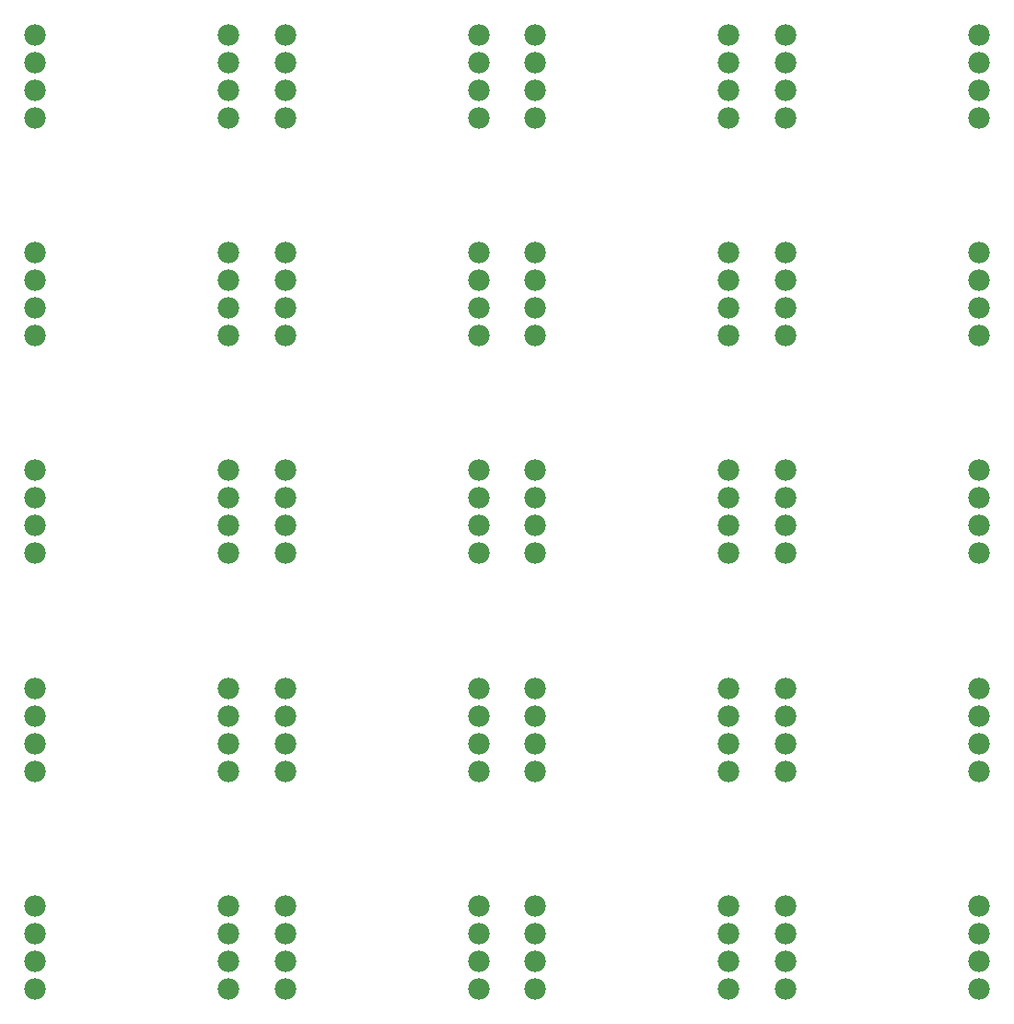
<source format=gbs>
%MOIN*%
%OFA0B0*%
%FSLAX34Y34*%
%IPPOS*%
%LPD*%
%AMOC8*
5,1,8,0,0,$1,22.5*%
%AMOC80*
5,1,8,0,0,$1,22.5*%
%AMOC81*
5,1,8,0,0,$1,22.5*%
%AMOC80*
5,1,8,0,0,$1,22.5*%
%AMOC81*
5,1,8,0,0,$1,22.5*%
%AMOC80*
5,1,8,0,0,$1,22.5*%
%AMOC81*
5,1,8,0,0,$1,22.5*%
%AMOC80*
5,1,8,0,0,$1,22.5*%
%AMOC81*
5,1,8,0,0,$1,22.5*%
%AMOC80*
5,1,8,0,0,$1,22.5*%
%AMOC81*
5,1,8,0,0,$1,22.5*%
%AMOC80*
5,1,8,0,0,$1,22.5*%
%AMOC81*
5,1,8,0,0,$1,22.5*%
%AMOC80*
5,1,8,0,0,$1,22.5*%
%AMOC81*
5,1,8,0,0,$1,22.5*%
%AMOC80*
5,1,8,0,0,$1,22.5*%
%AMOC81*
5,1,8,0,0,$1,22.5*%
%AMOC80*
5,1,8,0,0,$1,22.5*%
%AMOC81*
5,1,8,0,0,$1,22.5*%
%AMOC80*
5,1,8,0,0,$1,22.5*%
%ADD10C,0.078000000000000014*%
%ADD21C,0.078000000000000014*%
%ADD22C,0.078000000000000014*%
%ADD23C,0.078000000000000014*%
%ADD24C,0.078000000000000014*%
%ADD25C,0.078000000000000014*%
%ADD26C,0.078000000000000014*%
%ADD27C,0.078000000000000014*%
%ADD28C,0.078000000000000014*%
%ADD29C,0.078000000000000014*%
%ADD30C,0.078000000000000014*%
%ADD31C,0.078000000000000014*%
%ADD32C,0.078000000000000014*%
%ADD33C,0.078000000000000014*%
%ADD34C,0.078000000000000014*%
%ADD35C,0.078000000000000014*%
%ADD36C,0.078000000000000014*%
%ADD37C,0.078000000000000014*%
%ADD38C,0.078000000000000014*%
%ADD39C,0.078000000000000014*%
G75*
G01G01*
D10*
X-0000787Y0000393D02*
X0000212Y0004393D03*
X0000212Y0005393D03*
X0000212Y0003393D03*
X0000212Y0002393D03*
X0007212Y0005393D03*
X0007212Y0004393D03*
X0007212Y0003393D03*
X0007212Y0002393D03*
G04 next file*
G04 EAGLE Gerber X2 export*
G75*
G01G01*
D21*
X0008267Y0000393D02*
X0009267Y0004393D03*
X0009267Y0005393D03*
X0009267Y0003393D03*
X0009267Y0002393D03*
X0016267Y0005393D03*
X0016267Y0004393D03*
X0016267Y0003393D03*
X0016267Y0002393D03*
G04 next file*
G04 EAGLE Gerber X2 export*
G75*
G01G01*
D22*
X0017322Y0000393D02*
X0018322Y0004393D03*
X0018322Y0005393D03*
X0018322Y0003393D03*
X0018322Y0002393D03*
X0025322Y0005393D03*
X0025322Y0004393D03*
X0025322Y0003393D03*
X0025322Y0002393D03*
G04 next file*
G04 EAGLE Gerber X2 export*
G75*
G01G01*
D23*
X0026377Y0000393D02*
X0027377Y0004393D03*
X0027377Y0005393D03*
X0027377Y0003393D03*
X0027377Y0002393D03*
X0034377Y0005393D03*
X0034377Y0004393D03*
X0034377Y0003393D03*
X0034377Y0002393D03*
G04 next file*
G04 EAGLE Gerber X2 export*
G75*
G01G01*
D24*
X-0000787Y0008267D02*
X0000212Y0012267D03*
X0000212Y0013267D03*
X0000212Y0011267D03*
X0000212Y0010267D03*
X0007212Y0013267D03*
X0007212Y0012267D03*
X0007212Y0011267D03*
X0007212Y0010267D03*
G04 next file*
G04 EAGLE Gerber X2 export*
G75*
G01G01*
D25*
X0008267Y0008267D02*
X0009267Y0012267D03*
X0009267Y0013267D03*
X0009267Y0011267D03*
X0009267Y0010267D03*
X0016267Y0013267D03*
X0016267Y0012267D03*
X0016267Y0011267D03*
X0016267Y0010267D03*
G04 next file*
G04 EAGLE Gerber X2 export*
G75*
G01G01*
D26*
X0017322Y0008267D02*
X0018322Y0012267D03*
X0018322Y0013267D03*
X0018322Y0011267D03*
X0018322Y0010267D03*
X0025322Y0013267D03*
X0025322Y0012267D03*
X0025322Y0011267D03*
X0025322Y0010267D03*
G04 next file*
G04 EAGLE Gerber X2 export*
G75*
G01G01*
D27*
X0026377Y0008267D02*
X0027377Y0012267D03*
X0027377Y0013267D03*
X0027377Y0011267D03*
X0027377Y0010267D03*
X0034377Y0013267D03*
X0034377Y0012267D03*
X0034377Y0011267D03*
X0034377Y0010267D03*
G04 next file*
G04 EAGLE Gerber X2 export*
G75*
G01G01*
D28*
X-0000787Y0016141D02*
X0000212Y0020141D03*
X0000212Y0021141D03*
X0000212Y0019141D03*
X0000212Y0018141D03*
X0007212Y0021141D03*
X0007212Y0020141D03*
X0007212Y0019141D03*
X0007212Y0018141D03*
G04 next file*
G04 EAGLE Gerber X2 export*
G75*
G01G01*
D29*
X0008267Y0016141D02*
X0009267Y0020141D03*
X0009267Y0021141D03*
X0009267Y0019141D03*
X0009267Y0018141D03*
X0016267Y0021141D03*
X0016267Y0020141D03*
X0016267Y0019141D03*
X0016267Y0018141D03*
G04 next file*
G04 EAGLE Gerber X2 export*
G75*
G01G01*
D30*
X0017322Y0016141D02*
X0018322Y0020141D03*
X0018322Y0021141D03*
X0018322Y0019141D03*
X0018322Y0018141D03*
X0025322Y0021141D03*
X0025322Y0020141D03*
X0025322Y0019141D03*
X0025322Y0018141D03*
G04 next file*
G04 EAGLE Gerber X2 export*
G75*
G01G01*
D31*
X0026377Y0016141D02*
X0027377Y0020141D03*
X0027377Y0021141D03*
X0027377Y0019141D03*
X0027377Y0018141D03*
X0034377Y0021141D03*
X0034377Y0020141D03*
X0034377Y0019141D03*
X0034377Y0018141D03*
G04 next file*
G04 EAGLE Gerber X2 export*
G75*
G01G01*
D32*
X-0000787Y0024015D02*
X0000212Y0028015D03*
X0000212Y0029015D03*
X0000212Y0027015D03*
X0000212Y0026015D03*
X0007212Y0029015D03*
X0007212Y0028015D03*
X0007212Y0027015D03*
X0007212Y0026015D03*
G04 next file*
G04 EAGLE Gerber X2 export*
G75*
G01G01*
D33*
X0008267Y0024015D02*
X0009267Y0028015D03*
X0009267Y0029015D03*
X0009267Y0027015D03*
X0009267Y0026015D03*
X0016267Y0029015D03*
X0016267Y0028015D03*
X0016267Y0027015D03*
X0016267Y0026015D03*
G04 next file*
G04 EAGLE Gerber X2 export*
G75*
G01G01*
D34*
X0017322Y0024015D02*
X0018322Y0028015D03*
X0018322Y0029015D03*
X0018322Y0027015D03*
X0018322Y0026015D03*
X0025322Y0029015D03*
X0025322Y0028015D03*
X0025322Y0027015D03*
X0025322Y0026015D03*
G04 next file*
G04 EAGLE Gerber X2 export*
G75*
G01G01*
D35*
X0026377Y0024015D02*
X0027377Y0028015D03*
X0027377Y0029015D03*
X0027377Y0027015D03*
X0027377Y0026015D03*
X0034377Y0029015D03*
X0034377Y0028015D03*
X0034377Y0027015D03*
X0034377Y0026015D03*
G04 next file*
G04 EAGLE Gerber X2 export*
G75*
G01G01*
D36*
X-0000787Y0031889D02*
X0000212Y0035889D03*
X0000212Y0036889D03*
X0000212Y0034889D03*
X0000212Y0033889D03*
X0007212Y0036889D03*
X0007212Y0035889D03*
X0007212Y0034889D03*
X0007212Y0033889D03*
G04 next file*
G04 EAGLE Gerber X2 export*
G75*
G01G01*
D37*
X0008267Y0031889D02*
X0009267Y0035889D03*
X0009267Y0036889D03*
X0009267Y0034889D03*
X0009267Y0033889D03*
X0016267Y0036889D03*
X0016267Y0035889D03*
X0016267Y0034889D03*
X0016267Y0033889D03*
G04 next file*
G04 EAGLE Gerber X2 export*
G75*
G01G01*
D38*
X0017322Y0031889D02*
X0018322Y0035889D03*
X0018322Y0036889D03*
X0018322Y0034889D03*
X0018322Y0033889D03*
X0025322Y0036889D03*
X0025322Y0035889D03*
X0025322Y0034889D03*
X0025322Y0033889D03*
G04 next file*
G04 EAGLE Gerber X2 export*
G75*
G01G01*
D39*
X0026377Y0031889D02*
X0027377Y0035889D03*
X0027377Y0036889D03*
X0027377Y0034889D03*
X0027377Y0033889D03*
X0034377Y0036889D03*
X0034377Y0035889D03*
X0034377Y0034889D03*
X0034377Y0033889D03*
M02*
</source>
